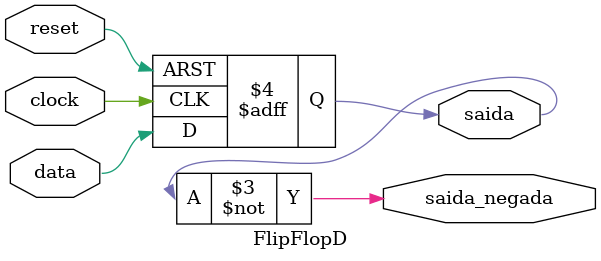
<source format=v>
module FlipFlopD (
  input clock, reset,
  input data,
  output reg saida, 
  output saida_negada
  );
  
  always@(posedge clock or negedge reset)
  begin
    if(!reset) saida <= 0;
    else begin
      saida <= data;
    end
  end
  assign saida_negada = ~saida;
endmodule
</source>
